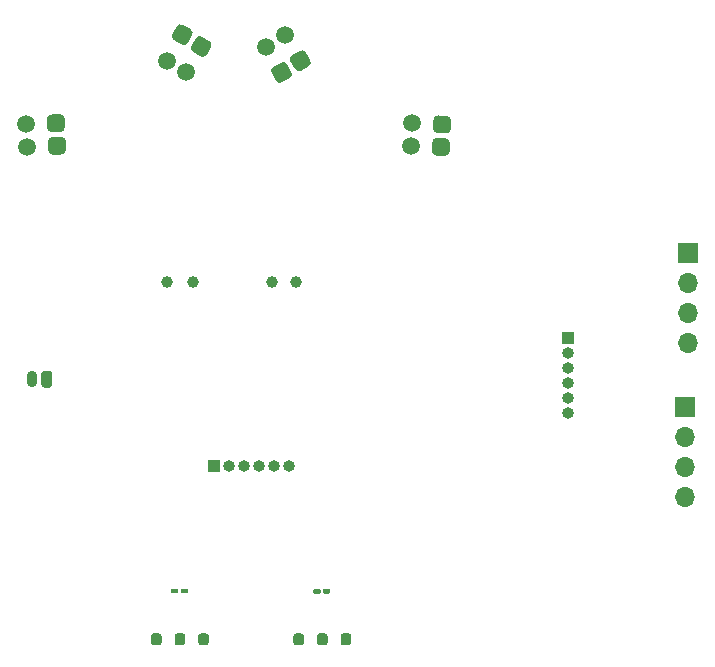
<source format=gbs>
G04 #@! TF.GenerationSoftware,KiCad,Pcbnew,(5.1.7)-1*
G04 #@! TF.CreationDate,2021-12-01T00:11:57+09:00*
G04 #@! TF.ProjectId,lapis,6c617069-732e-46b6-9963-61645f706362,rev?*
G04 #@! TF.SameCoordinates,Original*
G04 #@! TF.FileFunction,Soldermask,Bot*
G04 #@! TF.FilePolarity,Negative*
%FSLAX46Y46*%
G04 Gerber Fmt 4.6, Leading zero omitted, Abs format (unit mm)*
G04 Created by KiCad (PCBNEW (5.1.7)-1) date 2021-12-01 00:11:57*
%MOMM*%
%LPD*%
G01*
G04 APERTURE LIST*
%ADD10O,1.700000X1.700000*%
%ADD11R,1.700000X1.700000*%
%ADD12O,1.000000X1.000000*%
%ADD13R,1.000000X1.000000*%
%ADD14C,1.000000*%
%ADD15C,1.500000*%
%ADD16O,0.900000X1.400000*%
G04 APERTURE END LIST*
D10*
X183500000Y-124620000D03*
X183500000Y-122080000D03*
X183500000Y-119540000D03*
D11*
X183500000Y-117000000D03*
D10*
X183750000Y-111620000D03*
X183750000Y-109080000D03*
X183750000Y-106540000D03*
D11*
X183750000Y-104000000D03*
D12*
X173550000Y-117525000D03*
X173550000Y-116255000D03*
X173550000Y-114985000D03*
X173550000Y-113715000D03*
X173550000Y-112445000D03*
D13*
X173550000Y-111175000D03*
X143580000Y-121990000D03*
D12*
X144850000Y-121990000D03*
X146120000Y-121990000D03*
X147390000Y-121990000D03*
X148660000Y-121990000D03*
X149930000Y-121990000D03*
D14*
X148500000Y-106400000D03*
X150500000Y-106400000D03*
X141800000Y-106400000D03*
X139600000Y-106400000D03*
G36*
G01*
X151200000Y-136415000D02*
X151200000Y-136965000D01*
G75*
G02*
X150975000Y-137190000I-225000J0D01*
G01*
X150525000Y-137190000D01*
G75*
G02*
X150300000Y-136965000I0J225000D01*
G01*
X150300000Y-136415000D01*
G75*
G02*
X150525000Y-136190000I225000J0D01*
G01*
X150975000Y-136190000D01*
G75*
G02*
X151200000Y-136415000I0J-225000D01*
G01*
G37*
G36*
G01*
X153200000Y-136415000D02*
X153200000Y-136965000D01*
G75*
G02*
X152975000Y-137190000I-225000J0D01*
G01*
X152525000Y-137190000D01*
G75*
G02*
X152300000Y-136965000I0J225000D01*
G01*
X152300000Y-136415000D01*
G75*
G02*
X152525000Y-136190000I225000J0D01*
G01*
X152975000Y-136190000D01*
G75*
G02*
X153200000Y-136415000I0J-225000D01*
G01*
G37*
G36*
G01*
X155200000Y-136415000D02*
X155200000Y-136965000D01*
G75*
G02*
X154975000Y-137190000I-225000J0D01*
G01*
X154525000Y-137190000D01*
G75*
G02*
X154300000Y-136965000I0J225000D01*
G01*
X154300000Y-136415000D01*
G75*
G02*
X154525000Y-136190000I225000J0D01*
G01*
X154975000Y-136190000D01*
G75*
G02*
X155200000Y-136415000I0J-225000D01*
G01*
G37*
G36*
G01*
X139145000Y-136415000D02*
X139145000Y-136965000D01*
G75*
G02*
X138920000Y-137190000I-225000J0D01*
G01*
X138470000Y-137190000D01*
G75*
G02*
X138245000Y-136965000I0J225000D01*
G01*
X138245000Y-136415000D01*
G75*
G02*
X138470000Y-136190000I225000J0D01*
G01*
X138920000Y-136190000D01*
G75*
G02*
X139145000Y-136415000I0J-225000D01*
G01*
G37*
G36*
G01*
X141145000Y-136415000D02*
X141145000Y-136965000D01*
G75*
G02*
X140920000Y-137190000I-225000J0D01*
G01*
X140470000Y-137190000D01*
G75*
G02*
X140245000Y-136965000I0J225000D01*
G01*
X140245000Y-136415000D01*
G75*
G02*
X140470000Y-136190000I225000J0D01*
G01*
X140920000Y-136190000D01*
G75*
G02*
X141145000Y-136415000I0J-225000D01*
G01*
G37*
G36*
G01*
X143145000Y-136415000D02*
X143145000Y-136965000D01*
G75*
G02*
X142920000Y-137190000I-225000J0D01*
G01*
X142470000Y-137190000D01*
G75*
G02*
X142245000Y-136965000I0J225000D01*
G01*
X142245000Y-136415000D01*
G75*
G02*
X142470000Y-136190000I225000J0D01*
G01*
X142920000Y-136190000D01*
G75*
G02*
X143145000Y-136415000I0J-225000D01*
G01*
G37*
G36*
G01*
X140760000Y-132710000D02*
X140760000Y-132510000D01*
G75*
G02*
X140860000Y-132410000I100000J0D01*
G01*
X141295000Y-132410000D01*
G75*
G02*
X141395000Y-132510000I0J-100000D01*
G01*
X141395000Y-132710000D01*
G75*
G02*
X141295000Y-132810000I-100000J0D01*
G01*
X140860000Y-132810000D01*
G75*
G02*
X140760000Y-132710000I0J100000D01*
G01*
G37*
G36*
G01*
X139945000Y-132710000D02*
X139945000Y-132510000D01*
G75*
G02*
X140045000Y-132410000I100000J0D01*
G01*
X140480000Y-132410000D01*
G75*
G02*
X140580000Y-132510000I0J-100000D01*
G01*
X140580000Y-132710000D01*
G75*
G02*
X140480000Y-132810000I-100000J0D01*
G01*
X140045000Y-132810000D01*
G75*
G02*
X139945000Y-132710000I0J100000D01*
G01*
G37*
G36*
G01*
X152800000Y-132730000D02*
X152800000Y-132530000D01*
G75*
G02*
X152900000Y-132430000I100000J0D01*
G01*
X153335000Y-132430000D01*
G75*
G02*
X153435000Y-132530000I0J-100000D01*
G01*
X153435000Y-132730000D01*
G75*
G02*
X153335000Y-132830000I-100000J0D01*
G01*
X152900000Y-132830000D01*
G75*
G02*
X152800000Y-132730000I0J100000D01*
G01*
G37*
G36*
G01*
X151985000Y-132730000D02*
X151985000Y-132530000D01*
G75*
G02*
X152085000Y-132430000I100000J0D01*
G01*
X152520000Y-132430000D01*
G75*
G02*
X152620000Y-132530000I0J-100000D01*
G01*
X152620000Y-132730000D01*
G75*
G02*
X152520000Y-132830000I-100000J0D01*
G01*
X152085000Y-132830000D01*
G75*
G02*
X151985000Y-132730000I0J100000D01*
G01*
G37*
D15*
X160261547Y-94911355D03*
G36*
G01*
X163562631Y-94651403D02*
X163536456Y-95400946D01*
G75*
G02*
X163148597Y-95762631I-374772J13087D01*
G01*
X162399054Y-95736456D01*
G75*
G02*
X162037369Y-95348597I13087J374772D01*
G01*
X162063544Y-94599054D01*
G75*
G02*
X162451403Y-94237369I374772J-13087D01*
G01*
X163200946Y-94263544D01*
G75*
G02*
X163562631Y-94651403I-13087J-374772D01*
G01*
G37*
G36*
G01*
X149999760Y-89162020D02*
X149350240Y-89537020D01*
G75*
G02*
X148837980Y-89399760I-187500J324760D01*
G01*
X148462980Y-88750240D01*
G75*
G02*
X148600240Y-88237980I324760J187500D01*
G01*
X149249760Y-87862980D01*
G75*
G02*
X149762020Y-88000240I187500J-324760D01*
G01*
X150137020Y-88649760D01*
G75*
G02*
X149999760Y-89162020I-324760J-187500D01*
G01*
G37*
X148030000Y-86500295D03*
X141230000Y-88699705D03*
G36*
G01*
X142550240Y-85662980D02*
X143199760Y-86037980D01*
G75*
G02*
X143337020Y-86550240I-187500J-324760D01*
G01*
X142962020Y-87199760D01*
G75*
G02*
X142449760Y-87337020I-324760J187500D01*
G01*
X141800240Y-86962020D01*
G75*
G02*
X141662980Y-86449760I187500J324760D01*
G01*
X142037980Y-85800240D01*
G75*
G02*
X142550240Y-85662980I324760J-187500D01*
G01*
G37*
X127761547Y-94988645D03*
G36*
G01*
X131036456Y-94499054D02*
X131062631Y-95248597D01*
G75*
G02*
X130700946Y-95636456I-374772J-13087D01*
G01*
X129951403Y-95662631D01*
G75*
G02*
X129563544Y-95300946I-13087J374772D01*
G01*
X129537369Y-94551403D01*
G75*
G02*
X129899054Y-94163544I374772J13087D01*
G01*
X130648597Y-94137369D01*
G75*
G02*
X131036456Y-94499054I13087J-374772D01*
G01*
G37*
G36*
G01*
X130936456Y-92599054D02*
X130962631Y-93348597D01*
G75*
G02*
X130600946Y-93736456I-374772J-13087D01*
G01*
X129851403Y-93762631D01*
G75*
G02*
X129463544Y-93400946I-13087J374772D01*
G01*
X129437369Y-92651403D01*
G75*
G02*
X129799054Y-92263544I374772J13087D01*
G01*
X130548597Y-92237369D01*
G75*
G02*
X130936456Y-92599054I13087J-374772D01*
G01*
G37*
X127661547Y-93088645D03*
G36*
G01*
X151599760Y-88162020D02*
X150950240Y-88537020D01*
G75*
G02*
X150437980Y-88399760I-187500J324760D01*
G01*
X150062980Y-87750240D01*
G75*
G02*
X150200240Y-87237980I324760J187500D01*
G01*
X150849760Y-86862980D01*
G75*
G02*
X151362020Y-87000240I187500J-324760D01*
G01*
X151737020Y-87649760D01*
G75*
G02*
X151599760Y-88162020I-324760J-187500D01*
G01*
G37*
X149630000Y-85500295D03*
X139630000Y-87699705D03*
G36*
G01*
X140950240Y-84662980D02*
X141599760Y-85037980D01*
G75*
G02*
X141737020Y-85550240I-187500J-324760D01*
G01*
X141362020Y-86199760D01*
G75*
G02*
X140849760Y-86337020I-324760J187500D01*
G01*
X140200240Y-85962020D01*
G75*
G02*
X140062980Y-85449760I187500J324760D01*
G01*
X140437980Y-84800240D01*
G75*
G02*
X140950240Y-84662980I324760J-187500D01*
G01*
G37*
X160361547Y-93011355D03*
G36*
G01*
X163662631Y-92751403D02*
X163636456Y-93500946D01*
G75*
G02*
X163248597Y-93862631I-374772J13087D01*
G01*
X162499054Y-93836456D01*
G75*
G02*
X162137369Y-93448597I13087J374772D01*
G01*
X162163544Y-92699054D01*
G75*
G02*
X162551403Y-92337369I374772J-13087D01*
G01*
X163300946Y-92363544D01*
G75*
G02*
X163662631Y-92751403I-13087J-374772D01*
G01*
G37*
D16*
X128175000Y-114675000D03*
G36*
G01*
X129875000Y-114200000D02*
X129875000Y-115150000D01*
G75*
G02*
X129650000Y-115375000I-225000J0D01*
G01*
X129200000Y-115375000D01*
G75*
G02*
X128975000Y-115150000I0J225000D01*
G01*
X128975000Y-114200000D01*
G75*
G02*
X129200000Y-113975000I225000J0D01*
G01*
X129650000Y-113975000D01*
G75*
G02*
X129875000Y-114200000I0J-225000D01*
G01*
G37*
M02*

</source>
